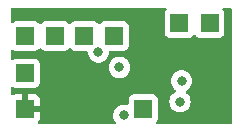
<source format=gbr>
%TF.GenerationSoftware,KiCad,Pcbnew,7.0.9*%
%TF.CreationDate,2024-02-29T00:23:50+01:00*%
%TF.ProjectId,dropdown,64726f70-646f-4776-9e2e-6b696361645f,rev?*%
%TF.SameCoordinates,Original*%
%TF.FileFunction,Copper,L3,Inr*%
%TF.FilePolarity,Positive*%
%FSLAX46Y46*%
G04 Gerber Fmt 4.6, Leading zero omitted, Abs format (unit mm)*
G04 Created by KiCad (PCBNEW 7.0.9) date 2024-02-29 00:23:50*
%MOMM*%
%LPD*%
G01*
G04 APERTURE LIST*
%TA.AperFunction,ComponentPad*%
%ADD10R,1.500000X1.500000*%
%TD*%
%TA.AperFunction,ViaPad*%
%ADD11C,0.800000*%
%TD*%
G04 APERTURE END LIST*
D10*
%TO.N,GND1*%
%TO.C,T2*%
X74250000Y-63850000D03*
%TD*%
%TO.N,+12V*%
%TO.C,T1*%
X74250000Y-66850000D03*
%TD*%
%TO.N,GND*%
%TO.C,J8*%
X79250000Y-60700000D03*
%TD*%
%TO.N,+3.3V*%
%TO.C,J7*%
X87300000Y-59600000D03*
%TD*%
%TO.N,GND*%
%TO.C,J6*%
X74250000Y-60700000D03*
%TD*%
%TO.N,GND*%
%TO.C,J4*%
X81750000Y-60700000D03*
%TD*%
%TO.N,+3.3V*%
%TO.C,J3*%
X89850000Y-59600000D03*
%TD*%
%TO.N,GND*%
%TO.C,J2*%
X76750000Y-60700000D03*
%TD*%
%TO.N,VD*%
%TO.C,J1*%
X84250000Y-66850000D03*
%TD*%
D11*
%TO.N,VD*%
X82600000Y-67400000D03*
X87350000Y-66250000D03*
%TO.N,GND*%
X87487500Y-64500000D03*
X80450000Y-62050000D03*
X82225000Y-63350000D03*
%TD*%
%TA.AperFunction,Conductor*%
%TO.N,+12V*%
G36*
X86155842Y-58319685D02*
G01*
X86201597Y-58372489D01*
X86211541Y-58441647D01*
X86188069Y-58498311D01*
X86106206Y-58607664D01*
X86106202Y-58607671D01*
X86055908Y-58742517D01*
X86049501Y-58802116D01*
X86049501Y-58802123D01*
X86049500Y-58802135D01*
X86049500Y-60397870D01*
X86049501Y-60397876D01*
X86055908Y-60457483D01*
X86106202Y-60592328D01*
X86106206Y-60592335D01*
X86192452Y-60707544D01*
X86192455Y-60707547D01*
X86307664Y-60793793D01*
X86307671Y-60793797D01*
X86442517Y-60844091D01*
X86442516Y-60844091D01*
X86449444Y-60844835D01*
X86502127Y-60850500D01*
X88097872Y-60850499D01*
X88157483Y-60844091D01*
X88292331Y-60793796D01*
X88407546Y-60707546D01*
X88475734Y-60616457D01*
X88531667Y-60574588D01*
X88601359Y-60569604D01*
X88662682Y-60603089D01*
X88674261Y-60616452D01*
X88742454Y-60707546D01*
X88788643Y-60742123D01*
X88857664Y-60793793D01*
X88857671Y-60793797D01*
X88992517Y-60844091D01*
X88992516Y-60844091D01*
X88999444Y-60844835D01*
X89052127Y-60850500D01*
X90647872Y-60850499D01*
X90707483Y-60844091D01*
X90842331Y-60793796D01*
X90957546Y-60707546D01*
X91043796Y-60592331D01*
X91094091Y-60457483D01*
X91100500Y-60397873D01*
X91100499Y-58802128D01*
X91094091Y-58742517D01*
X91052272Y-58630395D01*
X91043797Y-58607671D01*
X91043793Y-58607664D01*
X90961931Y-58498311D01*
X90937513Y-58432847D01*
X90952364Y-58364574D01*
X91001769Y-58315168D01*
X91061197Y-58300000D01*
X91625500Y-58300000D01*
X91692539Y-58319685D01*
X91738294Y-58372489D01*
X91749500Y-58424000D01*
X91749500Y-68026000D01*
X91729815Y-68093039D01*
X91677011Y-68138794D01*
X91625500Y-68150000D01*
X85461197Y-68150000D01*
X85394158Y-68130315D01*
X85348403Y-68077511D01*
X85338459Y-68008353D01*
X85361931Y-67951689D01*
X85443793Y-67842335D01*
X85443792Y-67842335D01*
X85443796Y-67842331D01*
X85494091Y-67707483D01*
X85500500Y-67647873D01*
X85500499Y-66250000D01*
X86444540Y-66250000D01*
X86464326Y-66438256D01*
X86464327Y-66438259D01*
X86522818Y-66618277D01*
X86522821Y-66618284D01*
X86617467Y-66782216D01*
X86694513Y-66867784D01*
X86744129Y-66922888D01*
X86897265Y-67034148D01*
X86897270Y-67034151D01*
X87070192Y-67111142D01*
X87070197Y-67111144D01*
X87255354Y-67150500D01*
X87255355Y-67150500D01*
X87444644Y-67150500D01*
X87444646Y-67150500D01*
X87629803Y-67111144D01*
X87802730Y-67034151D01*
X87955871Y-66922888D01*
X88082533Y-66782216D01*
X88177179Y-66618284D01*
X88235674Y-66438256D01*
X88255460Y-66250000D01*
X88235674Y-66061744D01*
X88177179Y-65881716D01*
X88082533Y-65717784D01*
X87955871Y-65577112D01*
X87873668Y-65517388D01*
X87831002Y-65462058D01*
X87825023Y-65392445D01*
X87857629Y-65330650D01*
X87896113Y-65303793D01*
X87940230Y-65284151D01*
X88093371Y-65172888D01*
X88220033Y-65032216D01*
X88314679Y-64868284D01*
X88373174Y-64688256D01*
X88392960Y-64500000D01*
X88373174Y-64311744D01*
X88314679Y-64131716D01*
X88220033Y-63967784D01*
X88093371Y-63827112D01*
X88093370Y-63827111D01*
X87940234Y-63715851D01*
X87940229Y-63715848D01*
X87767307Y-63638857D01*
X87767302Y-63638855D01*
X87621501Y-63607865D01*
X87582146Y-63599500D01*
X87392854Y-63599500D01*
X87360397Y-63606398D01*
X87207697Y-63638855D01*
X87207692Y-63638857D01*
X87034770Y-63715848D01*
X87034765Y-63715851D01*
X86881629Y-63827111D01*
X86754966Y-63967785D01*
X86660321Y-64131715D01*
X86660318Y-64131722D01*
X86601827Y-64311740D01*
X86601826Y-64311744D01*
X86582040Y-64500000D01*
X86601826Y-64688256D01*
X86601827Y-64688259D01*
X86660318Y-64868277D01*
X86660321Y-64868284D01*
X86754967Y-65032216D01*
X86881629Y-65172888D01*
X86963831Y-65232611D01*
X87006497Y-65287940D01*
X87012476Y-65357554D01*
X86979871Y-65419349D01*
X86941384Y-65446207D01*
X86897270Y-65465849D01*
X86897268Y-65465849D01*
X86897264Y-65465852D01*
X86744129Y-65577111D01*
X86617466Y-65717785D01*
X86522821Y-65881715D01*
X86522818Y-65881722D01*
X86467436Y-66052172D01*
X86464326Y-66061744D01*
X86444540Y-66250000D01*
X85500499Y-66250000D01*
X85500499Y-66052128D01*
X85494091Y-65992517D01*
X85443884Y-65857906D01*
X85443797Y-65857671D01*
X85443793Y-65857664D01*
X85357547Y-65742455D01*
X85357544Y-65742452D01*
X85242335Y-65656206D01*
X85242328Y-65656202D01*
X85107482Y-65605908D01*
X85107483Y-65605908D01*
X85047883Y-65599501D01*
X85047881Y-65599500D01*
X85047873Y-65599500D01*
X85047864Y-65599500D01*
X83452129Y-65599500D01*
X83452123Y-65599501D01*
X83392516Y-65605908D01*
X83257671Y-65656202D01*
X83257664Y-65656206D01*
X83142455Y-65742452D01*
X83142452Y-65742455D01*
X83056206Y-65857664D01*
X83056202Y-65857671D01*
X83005908Y-65992517D01*
X82999501Y-66052116D01*
X82999501Y-66052123D01*
X82999500Y-66052135D01*
X82999500Y-66411171D01*
X82979815Y-66478210D01*
X82927011Y-66523965D01*
X82857853Y-66533909D01*
X82849720Y-66532461D01*
X82694647Y-66499500D01*
X82694646Y-66499500D01*
X82505354Y-66499500D01*
X82472897Y-66506398D01*
X82320197Y-66538855D01*
X82320192Y-66538857D01*
X82147270Y-66615848D01*
X82147265Y-66615851D01*
X81994129Y-66727111D01*
X81867466Y-66867785D01*
X81772821Y-67031715D01*
X81772818Y-67031722D01*
X81722816Y-67185614D01*
X81714326Y-67211744D01*
X81694540Y-67400000D01*
X81714326Y-67588256D01*
X81714327Y-67588259D01*
X81772818Y-67768277D01*
X81772821Y-67768284D01*
X81867467Y-67932216D01*
X81876153Y-67941862D01*
X81877203Y-67943029D01*
X81907432Y-68006020D01*
X81898806Y-68075356D01*
X81854065Y-68129021D01*
X81787412Y-68149978D01*
X81785052Y-68150000D01*
X75460573Y-68150000D01*
X75393534Y-68130315D01*
X75347779Y-68077511D01*
X75337835Y-68008353D01*
X75361306Y-67951689D01*
X75443353Y-67842088D01*
X75443354Y-67842086D01*
X75493596Y-67707379D01*
X75493598Y-67707372D01*
X75499999Y-67647844D01*
X75500000Y-67647827D01*
X75500000Y-67100000D01*
X74495581Y-67100000D01*
X74547060Y-67044079D01*
X74593982Y-66937108D01*
X74603628Y-66820698D01*
X74574953Y-66707462D01*
X74511064Y-66609673D01*
X74418885Y-66537928D01*
X74308405Y-66500000D01*
X74220995Y-66500000D01*
X74134784Y-66514386D01*
X74032053Y-66569981D01*
X74000000Y-66604799D01*
X74000000Y-65600000D01*
X74500000Y-65600000D01*
X74500000Y-66600000D01*
X75500000Y-66600000D01*
X75500000Y-66052172D01*
X75499999Y-66052155D01*
X75493598Y-65992627D01*
X75493596Y-65992620D01*
X75443354Y-65857913D01*
X75443350Y-65857906D01*
X75357190Y-65742812D01*
X75357187Y-65742809D01*
X75242093Y-65656649D01*
X75242086Y-65656645D01*
X75107379Y-65606403D01*
X75107372Y-65606401D01*
X75047844Y-65600000D01*
X74500000Y-65600000D01*
X74000000Y-65600000D01*
X73452155Y-65600000D01*
X73392627Y-65606401D01*
X73392620Y-65606403D01*
X73257913Y-65656645D01*
X73257906Y-65656649D01*
X73198311Y-65701263D01*
X73132847Y-65725681D01*
X73064574Y-65710830D01*
X73015168Y-65661425D01*
X73000000Y-65601997D01*
X73000000Y-65098627D01*
X73019685Y-65031588D01*
X73072489Y-64985833D01*
X73141647Y-64975889D01*
X73198311Y-64999360D01*
X73242200Y-65032216D01*
X73257668Y-65043795D01*
X73257671Y-65043797D01*
X73392517Y-65094091D01*
X73392516Y-65094091D01*
X73399444Y-65094835D01*
X73452127Y-65100500D01*
X75047872Y-65100499D01*
X75107483Y-65094091D01*
X75242331Y-65043796D01*
X75357546Y-64957546D01*
X75443796Y-64842331D01*
X75494091Y-64707483D01*
X75500500Y-64647873D01*
X75500499Y-63350000D01*
X81319540Y-63350000D01*
X81339326Y-63538256D01*
X81339327Y-63538259D01*
X81397818Y-63718277D01*
X81397821Y-63718284D01*
X81492467Y-63882216D01*
X81569513Y-63967784D01*
X81619129Y-64022888D01*
X81772265Y-64134148D01*
X81772270Y-64134151D01*
X81945192Y-64211142D01*
X81945197Y-64211144D01*
X82130354Y-64250500D01*
X82130355Y-64250500D01*
X82319644Y-64250500D01*
X82319646Y-64250500D01*
X82504803Y-64211144D01*
X82677730Y-64134151D01*
X82830871Y-64022888D01*
X82957533Y-63882216D01*
X83052179Y-63718284D01*
X83110674Y-63538256D01*
X83130460Y-63350000D01*
X83110674Y-63161744D01*
X83052179Y-62981716D01*
X82957533Y-62817784D01*
X82830871Y-62677112D01*
X82808418Y-62660799D01*
X82677734Y-62565851D01*
X82677729Y-62565848D01*
X82504807Y-62488857D01*
X82504802Y-62488855D01*
X82359001Y-62457865D01*
X82319646Y-62449500D01*
X82130354Y-62449500D01*
X82097897Y-62456398D01*
X81945197Y-62488855D01*
X81945192Y-62488857D01*
X81772270Y-62565848D01*
X81772265Y-62565851D01*
X81619129Y-62677111D01*
X81492466Y-62817785D01*
X81397821Y-62981715D01*
X81397818Y-62981722D01*
X81374942Y-63052129D01*
X81339326Y-63161744D01*
X81319540Y-63350000D01*
X75500499Y-63350000D01*
X75500499Y-63052128D01*
X75494091Y-62992517D01*
X75490062Y-62981716D01*
X75443797Y-62857671D01*
X75443793Y-62857664D01*
X75357547Y-62742455D01*
X75357544Y-62742452D01*
X75242335Y-62656206D01*
X75242328Y-62656202D01*
X75107482Y-62605908D01*
X75107483Y-62605908D01*
X75047883Y-62599501D01*
X75047881Y-62599500D01*
X75047873Y-62599500D01*
X75047864Y-62599500D01*
X73452129Y-62599500D01*
X73452123Y-62599501D01*
X73392516Y-62605908D01*
X73257671Y-62656202D01*
X73257668Y-62656204D01*
X73198311Y-62700639D01*
X73132846Y-62725056D01*
X73064573Y-62710204D01*
X73015168Y-62660799D01*
X73000000Y-62601372D01*
X73000000Y-61948627D01*
X73019685Y-61881588D01*
X73072489Y-61835833D01*
X73141647Y-61825889D01*
X73198311Y-61849360D01*
X73257665Y-61893793D01*
X73257668Y-61893795D01*
X73257671Y-61893797D01*
X73392517Y-61944091D01*
X73392516Y-61944091D01*
X73399444Y-61944835D01*
X73452127Y-61950500D01*
X75047872Y-61950499D01*
X75107483Y-61944091D01*
X75242331Y-61893796D01*
X75357546Y-61807546D01*
X75400734Y-61749854D01*
X75456667Y-61707984D01*
X75526359Y-61703000D01*
X75587682Y-61736485D01*
X75599263Y-61749850D01*
X75642454Y-61807546D01*
X75666957Y-61825889D01*
X75757664Y-61893793D01*
X75757671Y-61893797D01*
X75892517Y-61944091D01*
X75892516Y-61944091D01*
X75899444Y-61944835D01*
X75952127Y-61950500D01*
X77547872Y-61950499D01*
X77607483Y-61944091D01*
X77742331Y-61893796D01*
X77857546Y-61807546D01*
X77900734Y-61749854D01*
X77956667Y-61707984D01*
X78026359Y-61703000D01*
X78087682Y-61736485D01*
X78099263Y-61749850D01*
X78142454Y-61807546D01*
X78166957Y-61825889D01*
X78257664Y-61893793D01*
X78257671Y-61893797D01*
X78392517Y-61944091D01*
X78392516Y-61944091D01*
X78399444Y-61944835D01*
X78452127Y-61950500D01*
X79422431Y-61950499D01*
X79489470Y-61970183D01*
X79535225Y-62022987D01*
X79545752Y-62061537D01*
X79554082Y-62140790D01*
X79564326Y-62238256D01*
X79564327Y-62238259D01*
X79622818Y-62418277D01*
X79622821Y-62418284D01*
X79717467Y-62582216D01*
X79784088Y-62656206D01*
X79844129Y-62722888D01*
X79997265Y-62834148D01*
X79997270Y-62834151D01*
X80170192Y-62911142D01*
X80170197Y-62911144D01*
X80355354Y-62950500D01*
X80355355Y-62950500D01*
X80544644Y-62950500D01*
X80544646Y-62950500D01*
X80729803Y-62911144D01*
X80902730Y-62834151D01*
X81055871Y-62722888D01*
X81182533Y-62582216D01*
X81277179Y-62418284D01*
X81335674Y-62238256D01*
X81354247Y-62061536D01*
X81380832Y-61996923D01*
X81438129Y-61956938D01*
X81477568Y-61950499D01*
X82547871Y-61950499D01*
X82547872Y-61950499D01*
X82607483Y-61944091D01*
X82742331Y-61893796D01*
X82857546Y-61807546D01*
X82943796Y-61692331D01*
X82994091Y-61557483D01*
X83000500Y-61497873D01*
X83000499Y-59902128D01*
X82994091Y-59842517D01*
X82943796Y-59707669D01*
X82943795Y-59707668D01*
X82943793Y-59707664D01*
X82857547Y-59592455D01*
X82857544Y-59592452D01*
X82742335Y-59506206D01*
X82742328Y-59506202D01*
X82607482Y-59455908D01*
X82607483Y-59455908D01*
X82547883Y-59449501D01*
X82547881Y-59449500D01*
X82547873Y-59449500D01*
X82547864Y-59449500D01*
X80952129Y-59449500D01*
X80952123Y-59449501D01*
X80892516Y-59455908D01*
X80757671Y-59506202D01*
X80757664Y-59506206D01*
X80642455Y-59592452D01*
X80599266Y-59650145D01*
X80543332Y-59692015D01*
X80473640Y-59696999D01*
X80412317Y-59663513D01*
X80400734Y-59650145D01*
X80379376Y-59621615D01*
X80357546Y-59592454D01*
X80357544Y-59592453D01*
X80357544Y-59592452D01*
X80242335Y-59506206D01*
X80242328Y-59506202D01*
X80107482Y-59455908D01*
X80107483Y-59455908D01*
X80047883Y-59449501D01*
X80047881Y-59449500D01*
X80047873Y-59449500D01*
X80047864Y-59449500D01*
X78452129Y-59449500D01*
X78452123Y-59449501D01*
X78392516Y-59455908D01*
X78257671Y-59506202D01*
X78257664Y-59506206D01*
X78142455Y-59592452D01*
X78099266Y-59650145D01*
X78043332Y-59692015D01*
X77973640Y-59696999D01*
X77912317Y-59663513D01*
X77900734Y-59650145D01*
X77879376Y-59621615D01*
X77857546Y-59592454D01*
X77857544Y-59592453D01*
X77857544Y-59592452D01*
X77742335Y-59506206D01*
X77742328Y-59506202D01*
X77607482Y-59455908D01*
X77607483Y-59455908D01*
X77547883Y-59449501D01*
X77547881Y-59449500D01*
X77547873Y-59449500D01*
X77547864Y-59449500D01*
X75952129Y-59449500D01*
X75952123Y-59449501D01*
X75892516Y-59455908D01*
X75757671Y-59506202D01*
X75757664Y-59506206D01*
X75642455Y-59592452D01*
X75599266Y-59650145D01*
X75543332Y-59692015D01*
X75473640Y-59696999D01*
X75412317Y-59663513D01*
X75400734Y-59650145D01*
X75379376Y-59621615D01*
X75357546Y-59592454D01*
X75357544Y-59592453D01*
X75357544Y-59592452D01*
X75242335Y-59506206D01*
X75242328Y-59506202D01*
X75107482Y-59455908D01*
X75107483Y-59455908D01*
X75047883Y-59449501D01*
X75047881Y-59449500D01*
X75047873Y-59449500D01*
X75047864Y-59449500D01*
X73452129Y-59449500D01*
X73452123Y-59449501D01*
X73392516Y-59455908D01*
X73257671Y-59506202D01*
X73257668Y-59506204D01*
X73198311Y-59550639D01*
X73132846Y-59575056D01*
X73064573Y-59560204D01*
X73015168Y-59510799D01*
X73000000Y-59451372D01*
X73000000Y-58424000D01*
X73019685Y-58356961D01*
X73072489Y-58311206D01*
X73124000Y-58300000D01*
X86088803Y-58300000D01*
X86155842Y-58319685D01*
G37*
%TD.AperFunction*%
%TD*%
M02*

</source>
